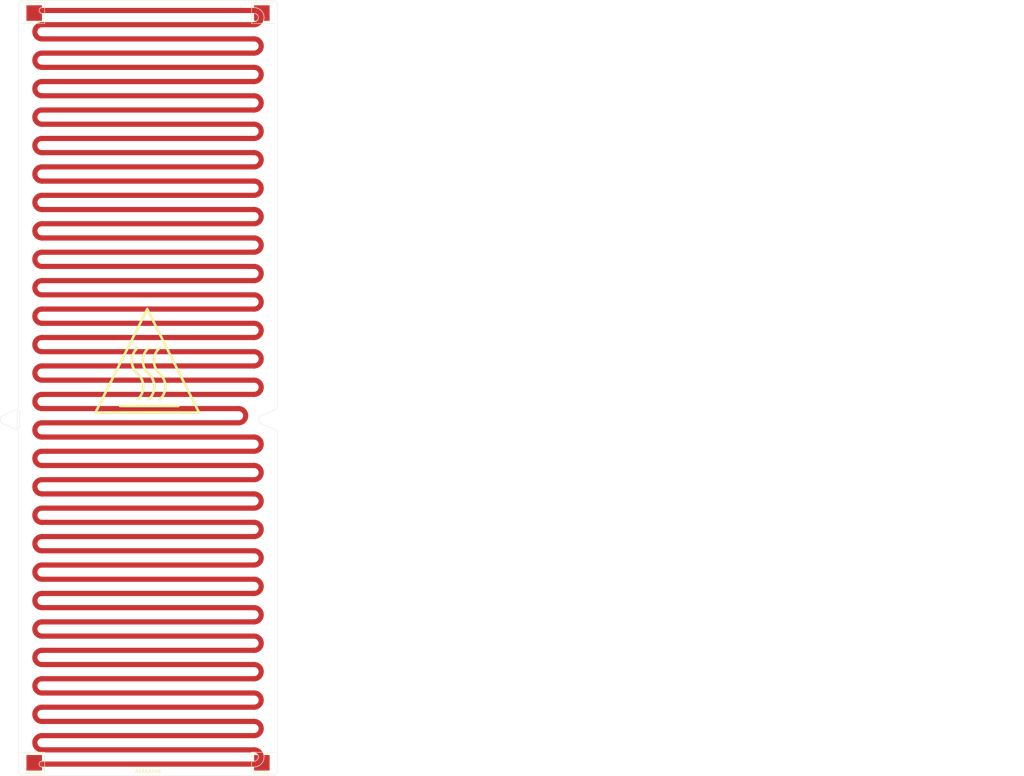
<source format=kicad_pcb>
(kicad_pcb (version 20211014) (generator pcbnew)

  (general
    (thickness 1.6)
  )

  (paper "A2")
  (layers
    (0 "F.Cu" signal)
    (31 "B.Cu" signal)
    (32 "B.Adhes" user "B.Adhesive")
    (33 "F.Adhes" user "F.Adhesive")
    (34 "B.Paste" user)
    (35 "F.Paste" user)
    (36 "B.SilkS" user "B.Silkscreen")
    (37 "F.SilkS" user "F.Silkscreen")
    (38 "B.Mask" user)
    (39 "F.Mask" user)
    (40 "Dwgs.User" user "User.Drawings")
    (41 "Cmts.User" user "User.Comments")
    (42 "Eco1.User" user "User.Eco1")
    (43 "Eco2.User" user "User.Eco2")
    (44 "Edge.Cuts" user)
    (45 "Margin" user)
    (46 "B.CrtYd" user "B.Courtyard")
    (47 "F.CrtYd" user "F.Courtyard")
    (48 "B.Fab" user)
    (49 "F.Fab" user)
    (50 "User.1" user)
    (51 "User.2" user)
    (52 "User.3" user)
    (53 "User.4" user)
    (54 "User.5" user)
    (55 "User.6" user)
    (56 "User.7" user)
    (57 "User.8" user)
    (58 "User.9" user)
  )

  (setup
    (stackup
      (layer "F.SilkS" (type "Top Silk Screen"))
      (layer "F.Paste" (type "Top Solder Paste"))
      (layer "F.Mask" (type "Top Solder Mask") (thickness 0.01))
      (layer "F.Cu" (type "copper") (thickness 0.035))
      (layer "dielectric 1" (type "core") (thickness 1.51) (material "FR4") (epsilon_r 4.5) (loss_tangent 0.02))
      (layer "B.Cu" (type "copper") (thickness 0.035))
      (layer "B.Mask" (type "Bottom Solder Mask") (thickness 0.01))
      (layer "B.Paste" (type "Bottom Solder Paste"))
      (layer "B.SilkS" (type "Bottom Silk Screen"))
      (copper_finish "None")
      (dielectric_constraints no)
    )
    (pad_to_mask_clearance 0)
    (grid_origin 211.75 57)
    (pcbplotparams
      (layerselection 0x00010fc_ffffffff)
      (disableapertmacros false)
      (usegerberextensions false)
      (usegerberattributes true)
      (usegerberadvancedattributes true)
      (creategerberjobfile true)
      (svguseinch false)
      (svgprecision 6)
      (excludeedgelayer true)
      (plotframeref false)
      (viasonmask false)
      (mode 1)
      (useauxorigin false)
      (hpglpennumber 1)
      (hpglpenspeed 20)
      (hpglpendiameter 15.000000)
      (dxfpolygonmode true)
      (dxfimperialunits true)
      (dxfusepcbnewfont true)
      (psnegative false)
      (psa4output false)
      (plotreference true)
      (plotvalue true)
      (plotinvisibletext false)
      (sketchpadsonfab false)
      (subtractmaskfromsilk false)
      (outputformat 1)
      (mirror false)
      (drillshape 0)
      (scaleselection 1)
      (outputdirectory "gerbers/heater/")
    )
  )

  (net 0 "")

  (gr_arc (start 202.75 270) (mid 205.5 272.75) (end 202.75 275.5) (layer "F.Cu") (width 2) (tstamp 00b6a54e-9e2f-475c-9364-7b9be6f1b975))
  (gr_arc (start 202.75 149) (mid 205.5 151.75) (end 202.75 154.5) (layer "F.Cu") (width 2) (tstamp 087d96f8-428c-45cc-b230-50495cc4f134))
  (gr_arc (start 120.75 237) (mid 118 234.25) (end 120.75 231.5) (layer "F.Cu") (width 2) (tstamp 0cedda4e-9f75-4f70-b838-f9193c9f7dd3))
  (gr_arc (start 202.75 303) (mid 205.5 305.75) (end 202.75 308.5) (layer "F.Cu") (width 2) (tstamp 0e58d401-4ec2-41c2-a9d1-252e4a1629d1))
  (gr_arc (start 196.75 215) (mid 199.5 217.75) (end 196.75 220.5) (layer "F.Cu") (width 2) (tstamp 0ec4c6e2-3adf-47b5-a768-5a3a7cb77005))
  (gr_arc (start 120.75 83) (mid 118 80.25) (end 120.75 77.5) (layer "F.Cu") (width 2) (tstamp 267920dc-b42e-431a-b30d-145030ae9549))
  (gr_arc (start 120.75 160) (mid 118 157.25) (end 120.75 154.5) (layer "F.Cu") (width 2) (tstamp 363d593c-76a1-4c61-af69-fd68217a1a17))
  (gr_arc (start 202.75 314) (mid 205.5 316.75) (end 202.75 319.5) (layer "F.Cu") (width 2) (tstamp 36aa236d-60c6-4a48-871d-12e4a2c7e2d1))
  (gr_arc (start 120.75 215) (mid 118 212.25) (end 120.75 209.5) (layer "F.Cu") (width 2) (tstamp 3762d7bb-f3ea-4935-ae1b-9a10605ea162))
  (gr_arc (start 120.75 292) (mid 118 289.25) (end 120.75 286.5) (layer "F.Cu") (width 2) (tstamp 40c810af-d3da-4dd2-9d7e-a4cae69c2b1f))
  (gr_arc (start 202.75 347) (mid 205.5 349.75) (end 202.75 352.5) (layer "F.Cu") (width 2) (tstamp 42cfac59-0497-4d1c-9a42-ecc6408bd6e6))
  (gr_arc (start 120.75 105) (mid 118 102.25) (end 120.75 99.5) (layer "F.Cu") (width 2) (tstamp 46404b22-fe8d-4df7-a1f3-54fe1c132c30))
  (gr_arc (start 202.75 237) (mid 205.5 239.75) (end 202.75 242.5) (layer "F.Cu") (width 2) (tstamp 4819eb22-aaa9-45e2-9095-4c9c08731a5b))
  (gr_arc (start 120.75 270) (mid 118 267.25) (end 120.75 264.5) (layer "F.Cu") (width 2) (tstamp 489ce594-1dc3-455d-8238-a2abcb2b7508))
  (gr_arc (start 120.75 259) (mid 118 256.25) (end 120.75 253.5) (layer "F.Cu") (width 2) (tstamp 4a393079-7ddb-4676-b609-f52f3de0e56a))
  (gr_arc (start 120.75 314) (mid 118 311.25) (end 120.75 308.5) (layer "F.Cu") (width 2) (tstamp 519d918d-d24f-4426-b185-9b3ca4b77411))
  (gr_arc (start 120.75 72) (mid 118 69.25) (end 120.75 66.5) (layer "F.Cu") (width 2) (tstamp 559462f4-2013-4058-b33d-f9aa85f287bc))
  (gr_arc (start 202.75 281) (mid 205.5 283.75) (end 202.75 286.5) (layer "F.Cu") (width 2) (tstamp 55ffe8e6-5ad0-499b-8209-2893cac5af49))
  (gr_arc (start 202.75 226) (mid 205.5 228.75) (end 202.75 231.5) (layer "F.Cu") (width 2) (tstamp 59742b6d-f00f-4d2d-bd2b-6630be807a7b))
  (gr_arc (start 202.75 160) (mid 205.5 162.75) (end 202.75 165.5) (layer "F.Cu") (width 2) (tstamp 5d131662-23c3-4049-91d4-51f9c07d5deb))
  (gr_arc (start 120.75 193) (mid 118 190.25) (end 120.75 187.5) (layer "F.Cu") (width 2) (tstamp 6469e25f-4442-4c11-b424-6a55e45c36f7))
  (gr_arc (start 202.75 171) (mid 205.5 173.75) (end 202.75 176.5) (layer "F.Cu") (width 2) (tstamp 658f9702-a6ce-4b1e-b8ee-ca88067af973))
  (gr_arc (start 120.75 204) (mid 118 201.25) (end 120.75 198.5) (layer "F.Cu") (width 2) (tstamp 6b345388-b5ed-415e-9017-42e522db04a7))
  (gr_arc (start 202.75 193) (mid 205.5 195.75) (end 202.75 198.5) (layer "F.Cu") (width 2) (tstamp 6e4966ef-cc84-4180-8010-29d06804cff6))
  (gr_arc (start 120.75 116) (mid 118 113.25) (end 120.75 110.5) (layer "F.Cu") (width 2) (tstamp 70599e6e-5a0c-4955-a68c-85bbc4d71a88))
  (gr_arc (start 202.75 204) (mid 205.5 206.75) (end 202.75 209.5) (layer "F.Cu") (width 2) (tstamp 753e9568-2cb9-48d4-ad16-be78179841ae))
  (gr_arc (start 202.75 72) (mid 205.5 74.75) (end 202.75 77.5) (layer "F.Cu") (width 2) (tstamp 7805caba-99ef-47d9-987a-83daba79d470))
  (gr_arc (start 120.75 149) (mid 118 146.25) (end 120.75 143.5) (layer "F.Cu") (width 2) (tstamp 7b89cf7c-2bac-4431-b2df-c936ec68fa35))
  (gr_arc (start 120.75 303) (mid 118 300.25) (end 120.75 297.5) (layer "F.Cu") (width 2) (tstamp 7cd8091e-4713-4324-b62f-9383f8007ece))
  (gr_arc (start 120.75 336) (mid 118 333.25) (end 120.75 330.5) (layer "F.Cu") (width 2) (tstamp 89aa8b0b-8d6c-4233-bf48-3cd4cf7832c5))
  (gr_arc (start 120.75 171) (mid 118 168.25) (end 120.75 165.5) (layer "F.Cu") (width 2) (tstamp 8a74dd81-c58d-46ba-9e92-700284c01a6a))
  (gr_arc (start 120.75 325) (mid 118 322.25) (end 120.75 319.5) (layer "F.Cu") (width 2) (tstamp 8cccd8d6-57c4-4017-9349-e2a925eaa346))
  (gr_arc (start 202.75 83) (mid 205.5 85.75) (end 202.75 88.5) (layer "F.Cu") (width 2) (tstamp 8df4500c-6b68-41ee-b67f-0e3b6a30f53e))
  (gr_arc (start 202.75 138) (mid 205.5 140.75) (end 202.75 143.5) (layer "F.Cu") (width 2) (tstamp 937eb573-4fc8-48fc-99a3-1b1aaf89cf30))
  (gr_arc (start 120.75 94) (mid 118 91.25) (end 120.75 88.5) (layer "F.Cu") (width 2) (tstamp 9d450d00-a95e-4ae8-9cdc-d70ad7fd6ed2))
  (gr_arc (start 202.75 182) (mid 205.5 184.75) (end 202.75 187.5) (layer "F.Cu") (width 2) (tstamp a2f226c7-3013-483e-a365-22c23412dfe5))
  (gr_arc (start 202.75 94) (mid 205.5 96.75) (end 202.75 99.5) (layer "F.Cu") (width 2) (tstamp a60013ad-e3d1-49d9-afc2-4171bddb258f))
  (gr_arc (start 202.75 127) (mid 205.5 129.75) (end 202.75 132.5) (layer "F.Cu") (width 2) (tstamp a76d6b1b-72c2-40a7-b65a-fd170d5124b2))
  (gr_arc (start 120.75 347) (mid 118 344.25) (end 120.75 341.5) (layer "F.Cu") (width 2) (tstamp b675897d-eb55-407d-b4c3-8b06206effd2))
  (gr_arc (start 202.75 61) (mid 205.5 63.75) (end 202.75 66.5) (layer "F.Cu") (width 2) (tstamp badb9ac6-eff9-4c82-9318-ddc220c517e4))
  (gr_arc (start 202.75 105) (mid 205.5 107.75) (end 202.75 110.5) (layer "F.Cu") (width 2) (tstamp bb559dd2-8f5c-4659-8455-2f2b44017644))
  (gr_arc (start 120.75 281) (mid 118 278.25) (end 120.75 275.5) (layer "F.Cu") (width 2) (tstamp bc95715c-ffcc-4089-aea4-9427a5a45e60))
  (gr_arc (start 120.75 226) (mid 118 223.25) (end 120.75 220.5) (layer "F.Cu") (width 2) (tstamp be7f1d11-6952-481b-bf8f-bbee74aef940))
  (gr_arc (start 202.75 248) (mid 205.5 250.75) (end 202.75 253.5) (layer "F.Cu") (width 2) (tstamp c180cf35-840b-4e4b-b861-8460b9d7f754))
  (gr_arc (start 120.75 127) (mid 118 124.25) (end 120.75 121.5) (layer "F.Cu") (width 2) (tstamp c387108f-69aa-43d8-a3ac-3d08cc71c1e7))
  (gr_arc (start 120.75 138) (mid 118 135.25) (end 120.75 132.5) (layer "F.Cu") (width 2) (tstamp dbb988df-259f-4b9b-a2bb-f095b2031708))
  (gr_arc (start 202.75 292) (mid 205.5 294.75) (end 202.75 297.5) (layer "F.Cu") (width 2) (tstamp e14f52e3-ecc7-4c6d-b05a-e4571b66d464))
  (gr_arc (start 202.75 259) (mid 205.5 261.75) (end 202.75 264.5) (layer "F.Cu") (width 2) (tstamp ec303825-8936-4f27-b08f-cceec460b05e))
  (gr_arc (start 120.75 248) (mid 118 245.25) (end 120.75 242.5) (layer "F.Cu") (width 2) (tstamp edfbf706-586b-4757-ac89-838889ce4462))
  (gr_arc (start 120.75 182) (mid 118 179.25) (end 120.75 176.5) (layer "F.Cu") (width 2) (tstamp ef4ee28b-3cdb-4a1c-bc99-0babded4fbdf))
  (gr_arc (start 202.75 336) (mid 205.5 338.75) (end 202.75 341.5) (layer "F.Cu") (width 2) (tstamp f1d3407c-2ce3-4f29-92ee-3e0049bc22be))
  (gr_arc (start 202.75 325) (mid 205.5 327.75) (end 202.75 330.5) (layer "F.Cu") (width 2) (tstamp fb449720-93bc-4df1-880a-336da4ace913))
  (gr_arc (start 202.75 116) (mid 205.5 118.75) (end 202.75 121.5) (layer "F.Cu") (width 2) (tstamp fbf271e3-b687-4109-abab-f16fc979569d))
  (gr_line (start 121.75 356.050001) (end 112.75 356.050001) (layer "F.SilkS") (width 0.2) (tstamp 22cbc274-fd61-4362-b7d1-ce84df014762))
  (gr_line (start 201.75 347.95) (end 210.75 347.95) (layer "F.SilkS") (width 0.2) (tstamp 2d72ef75-91a9-4e6d-a437-01cebf699db7))
  (gr_line (start 121.75 57.95) (end 121.75 66.05) (layer "F.SilkS") (width 0.2) (tstamp 33606ce4-c18d-47e6-89ab-a0492a2e13f1))
  (gr_arc (start 166.25 201.5) (mid 164.029083 196.5) (end 166.25 191.5) (layer "F.SilkS") (width 1) (tstamp 3407777c-d948-490d-a2f0-b3ad3390e217))
  (gr_line (start 112.75 57.95) (end 121.75 57.95) (layer "F.SilkS") (width 0.2) (tstamp 3c081171-e44e-415f-8b9e-bb9a01d5ac00))
  (gr_line (start 201.75 66.05) (end 201.75 57.95) (layer "F.SilkS") (width 0.2) (tstamp 66b7cfac-1821-4596-aff7-c5aa660a93ec))
  (gr_arc (start 166.25 201.5) (mid 168.470917 206.5) (end 166.25 211.5) (layer "F.SilkS") (width 1) (tstamp 6995d692-6799-4a4b-8ee5-526e62999268))
  (gr_line (start 210.75 66.05) (end 201.75 66.05) (layer "F.SilkS") (width 0.2) (tstamp 755e8dc4-6b2f-458e-9b8e-c31436ffa0c5))
  (gr_line (start 210.75 356.05) (end 201.75 356.05) (layer "F.SilkS") (width 0.2) (tstamp 84e552ea-d855-4cfd-8adf-4dbe581dcf42))
  (gr_line (start 141.45307 216.5) (end 181.45307 216.5) (layer "F.SilkS") (width 1) (tstamp 91d57969-812a-41f8-a9ad-7a349eecedf0))
  (gr_line (start 141.45307 216.5) (end 161.45307 176.5) (layer "F.SilkS") (width 1) (tstamp 94411f6d-f423-47ca-8c80-4f3cf0a79a62))
  (gr_arc (start 157.691834 201.5) (mid 159.912751 206.5) (end 157.691834 211.5) (layer "F.SilkS") (width 1) (tstamp 9671bd96-bff1-43f9-b9b6-fdc331638949))
  (gr_arc (start 161.970917 201.5) (mid 164.191834 206.5) (end 161.970917 211.5) (layer "F.SilkS") (width 1) (tstamp 9cb35d60-e2a6-4cef-b26f-35c25d9959a4))
  (gr_line (start 121.75 347.950001) (end 121.75 356.050001) (layer "F.SilkS") (width 0.2) (tstamp aa988e39-2f0b-44f8-84f7-35218da9b301))
  (gr_line (start 201.75 57.95) (end 210.75 57.95) (layer "F.SilkS") (width 0.2) (tstamp b209914e-61bd-438f-928e-b3e80fd8e7ed))
  (gr_line (start 121.75 66.05) (end 112.75 66.05) (layer "F.SilkS") (width 0.2) (tstamp daf5aa1b-0562-4c67-92dc-acd269e5e16d))
  (gr_line (start 181.45307 216.5) (end 161.45307 176.5) (layer "F.SilkS") (width 1) (tstamp db6a4193-7b6b-45ca-a1bc-47905534da96))
  (gr_line (start 150.970917 214) (end 173.470917 214) (layer "F.SilkS") (width 1) (tstamp e8474e69-37bb-44f9-9316-d1494d8a4bbd))
  (gr_arc (start 161.970917 201.5) (mid 159.75 196.5) (end 161.970917 191.5) (layer "F.SilkS") (width 1) (tstamp ec2952dd-055b-4f00-906e-4bdb54383563))
  (gr_line (start 112.75 347.950001) (end 121.75 347.950001) (layer "F.SilkS") (width 0.2) (tstamp ecad8981-8d02-44a8-bf3a-8696e15ecae4))
  (gr_arc (start 157.691834 201.5) (mid 155.470917 196.5) (end 157.691834 191.5) (layer "F.SilkS") (width 1) (tstamp ed15d2ab-884d-4309-8fc5-a20c99e91302))
  (gr_line (start 201.75 356.05) (end 201.75 347.95) (layer "F.SilkS") (width 0.2) (tstamp f016d823-6995-4144-80b5-9208d9e0f4d2))
  (gr_line (start 114.75 159) (end 208.75 159) (layer "Dwgs.User") (width 0.15) (tstamp 015ebcd4-7822-475f-8274-00e80f6eb3a8))
  (gr_line (start 114.75 346) (end 208.75 346) (layer "Dwgs.User") (width 0.15) (tstamp 095b2373-cfd7-43fb-ab65-4f8898098334))
  (gr_line (start 114.75 280) (end 208.75 280) (layer "Dwgs.User") (width 0.15) (tstamp 186d174e-c2f9-4a70-b584-47215aa91694))
  (gr_line (start 114.75 313) (end 208.75 313) (layer "Dwgs.User") (width 0.15) (tstamp 1f76c364-d343-431e-bd3f-0df26b290980))
  (gr_line (start 114.75 137) (end 208.75 137) (layer "Dwgs.User") (width 0.15) (tstamp 28fab058-c6e3-4ab0-9af1-1b01e0896180))
  (gr_line (start 114.75 335) (end 208.75 335) (layer "Dwgs.User") (width 0.15) (tstamp 2bab65a9-fd8c-4a3d-bcaf-7c1171448b89))
  (gr_poly
    (pts
      (xy 208.749999 355)
      (xy 202.75 355)
      (xy 202.75 349)
      (xy 208.75 349)
    ) (layer "Dwgs.User") (width 0.15) (fill none) (tstamp 40844ba9-922e-4c8f-9285-605a6e0e199d))
  (gr_line (start 114.75 225) (end 208.75 225) (layer "Dwgs.User") (width 0.15) (tstamp 61c173a6-d769-437d-aea0-dd0cf4100f49))
  (gr_rect (start 208.75 59) (end 202.75 65) (layer "Dwgs.User") (width 0.15) (fill none) (tstamp 6464b10e-18ab-4226-8fc5-2a0902093144))
  (gr_line (start 114.75 291) (end 208.75 291) (layer "Dwgs.User") (width 0.15) (tstamp 7c8e8bc2-70c2-42c9-a50b-1b45f0b33e52))
  (gr_line (start 114.75 104) (end 208.75 104) (layer "Dwgs.User") (width 0.15) (tstamp 7e685e9d-5b5d-466b-9717-4dd78e9a2d74))
  (gr_line (start 114.75 170) (end 208.75 170) (layer "Dwgs.User") (width 0.15) (tstamp 7ea1bd29-72eb-4e55-ba8d-356eb63a67a9))
  (gr_line (start 114.75 82) (end 208.75 82) (layer "Dwgs.User") (width 0.15) (tstamp 804bb4b0-374d-4f8c-8be4-ea059c66053d))
  (gr_rect (start 114.75 349) (end 120.75 355) (layer "Dwgs.User") (width 0.15) (fill none) (tstamp 81eea40f-5272-4c97-8217-2e3d8e3f2743))
  (gr_line (start 114.75 236) (end 208.75 236) (layer "Dwgs.User") (width 0.15) (tstamp 91a36962-4507-4404-800d-3c4483a9e1e0))
  (gr_line (start 114.75 247) (end 208.75 247) (layer "Dwgs.User") (width 0.15) (tstamp 985376c1-9b55-409c-a320-ff1113e21d9e))
  (gr_line (start 114.75 203) (end 208.75 203) (layer "Dwgs.User") (width 0.15) (tstamp 9abe05eb-cb9f-469d-abef-817209317bd0))
  (gr_line (start 114.75 357) (end 208.75 357) (layer "Dwgs.User") (width 0.15) (tstamp a0973f89-3598-4644-bb77-7ce2411b4b13))
  (gr_line (start 114.75 269) (end 208.75 269) (layer "Dwgs.User") (width 0.15) (tstamp a2b464d9-9f9f-4929-8667-7a6798263d95))
  (gr_line (start 114.75 148) (end 208.75 148) (layer "Dwgs.User") (width 0.15) (tstamp a2bf5c14-d953-4491-9661-e7efec70ac7d))
  (gr_line (start 114.75 181) (end 208.75 181) (layer "Dwgs.User") (width 0.15) (tstamp a48ae954-7bd1-4428-984d-baae395d01b1))
  (gr_line (start 114.75 324) (end 208.75 324) (layer "Dwgs.User") (width 0.15) (tstamp a58ef9e7-1740-4932-a7de-f550e24d43d7))
  (gr_line (start 114.75 302) (end 208.75 302) (layer "Dwgs.User") (width 0.15) (tstamp b07dbbe3-4eea-4242-b2d9-ad87971ddc88))
  (gr_line (start 114.75 192) (end 208.75 192) (layer "Dwgs.User") (width 0.15) (tstamp b2940838-012c-4721-9011-210ab26eb28a))
  (gr_line (start 114.75 214) (end 208.75 214) (layer "Dwgs.User") (width 0.15) (tstamp b6db8d0b-a55b-43db-91e7-f2d54b5117eb))
  (gr_line (start 114.75 93) (end 208.75 93) (layer "Dwgs.User") (width 0.15) (tstamp bc3f250b-42fc-4386-acb4-1acc9b1edb57))
  (gr_line (start 114.75 258) (end 208.75 258) (layer "Dwgs.User") (width 0.15) (tstamp bf5ec35c-7de3-4cdd-8b45-053b0247cfdf))
  (gr_line (start 114.75 115) (end 208.75 115) (layer "Dwgs.User") (width 0.15) (tstamp c2dff477-c5da-4708-9dac-2e9dbf228add))
  (gr_rect (start 114.75 59) (end 120.75 65) (layer "Dwgs.User") (width 0.15) (fill none) (tstamp c963c58b-e3e1-4598-bad6-b222338c7d50))
  (gr_line (start 114.75 126) (end 208.75 126) (layer "Dwgs.User") (width 0.15) (tstamp cb88c810-e005-4a00-b427-4310acaafa5b))
  (gr_rect locked (start 114.75 60) (end 208.75 354.5) (layer "Dwgs.User") (width 0.15) (fill none) (tstamp df21841c-59de-4a46-a002-8333d44c516a))
  (gr_line (start 114.75 71) (end 208.75 71) (layer "Dwgs.User") (width 0.15) (tstamp e9a1f318-9a2e-4617-ba69-4656cc7e3665))
  (gr_rect (start 114.75 60) (end 208.75 354.5) (layer "Dwgs.User") (width 0.15) (fill none) (tstamp ee05c683-205b-4527-8f80-b4970932f1ca))
  (gr_rect (start 208.75 349) (end 202.75 355) (layer "Dwgs.User") (width 0.15) (fill none) (tstamp f4c06246-e25e-4116-8f24-0cff0d10e129))
  (gr_arc (start 111.157701 216.269136) (mid 111.6577 215.769137) (end 112.157698 216.269136) (layer "Edge.Cuts") (width 0.1) (tstamp 068418de-6b06-46f8-a42a-f6e7af9942f0))
  (gr_line (start 111.75 223.84) (end 111.75 355.5) (layer "Edge.Cuts") (width 0.1) (tstamp 0b8da63e-a984-45b8-9be2-b00ed7cba444))
  (gr_line (start 211.75 214.5) (end 211.75 58.5) (layer "Edge.Cuts") (width 0.1) (tstamp 168b5073-ae89-4a9c-9d7d-7d059dce2c61))
  (gr_line (start 210.25 357) (end 113.25 357) (layer "Edge.Cuts") (width 0.1) (tstamp 1d012076-3947-4dc1-b075-0963cd363ab8))
  (gr_line (start 112.1577 222.269138) (end 112.157698 216.269136) (layer "Edge.Cuts") (width 0.1) (tstamp 2ebb8b5c-5488-4489-973c-d93246a94dc5))
  (gr_line (start 113.25 57) (end 210.25 57) (layer "Edge.Cuts") (width 0.1) (tstamp 2fbe75ec-7c6f-433e-90f4-bbdcda6a811e))
  (gr_arc (start 205.675 220.9) (mid 204.501525 219.288514) (end 205.6 217.625) (layer "Edge.Cuts") (width 0.1) (tstamp 3cce1d48-a5f7-4d07-ac7a-80eed29b73f9))
  (gr_line (start 105.75 220.9) (end 111.230732 223.27811) (layer "Edge.Cuts") (width 0.1) (tstamp 419a8380-0600-455a-adea-aa563e6c2316))
  (gr_arc (start 113.25 357) (mid 112.18934 356.56066) (end 111.75 355.5) (layer "Edge.Cuts") (width 0.1) (tstamp 451ab36f-6caa-4aec-8bf6-8cd617dfe2bc))
  (gr_arc (start 111.750732 214.5) (mid 111.657701 214.869137) (end 111.400732 215.15) (layer "Edge.Cuts") (width 0.1) (tstamp 56a922e9-e7ec-4c97-879d-c1057f32bd25))
  (gr_arc (start 112.1577 222.269138) (mid 111.657701 222.769137) (end 111.157702 222.269138) (layer "Edge.Cuts") (width 0.1) (tstamp 622b77b6-409c-43f6-9eed-dd8b04a79249))
  (gr_line (start 111.157701 216.269136) (end 111.157702 222.269138) (layer "Edge.Cuts") (width 0.1) (tstamp 71a41c53-c356-43b2-b77e-cfa4fd361a0d))
  (gr_line (start 111.400732 215.15) (end 105.675 217.625) (layer "Edge.Cuts") (width 0.1) (tstamp 733fa642-1ba3-4c51-96f0-2b616ad38f67))
  (gr_arc (start 210.25 57) (mid 211.31066 57.43934) (end 211.75 58.5) (layer "Edge.Cuts") (width 0.1) (tstamp 7a0aff9d-3db6-4925-b450-c4cc07b98f6e))
  (gr_line (start 211.749268 223.84) (end 211.75 355.5) (layer "Edge.Cuts") (width 0.1) (tstamp 7db9f428-842e-49c1-90cf-ffd2a4466a79))
  (gr_line (start 111.750732 214.5) (end 111.75 58.5) (layer "Edge.Cuts") (width 0.1) (tstamp 871f96bb-47d2-46c1-9cdd-045b222387b5))
  (gr_arc (start 211.75 355.5) (mid 211.31066 356.56066) (end 210.25 357) (layer "Edge.Cuts") (width 0.1) (tstamp 8b6100ba-f9bf-4030-91d0-aee3dcd62d3a))
  (gr_line (start 211.4 215.15) (end 205.6 217.625) (layer "Edge.Cuts") (width 0.1) (tstamp a684956e-4d11-464a-8fec-14187efd11b6))
  (gr_arc (start 105.75 220.9) (mid 104.576521 219.288528) (end 105.675 217.625) (layer "Edge.Cuts") (width 0.1) (tstamp a6cc4ae5-9dd8-4cff-a582-412da3db12cb))
  (gr_arc (start 211.75 214.5) (mid 211.656969 214.869137) (end 211.4 215.15) (layer "Edge.Cuts") (width 0.1) (tstamp af1c057e-d6dc-4bd7-aa05-b00a71ff125a))
  (gr_arc (start 211.23 223.27811) (mid 211.565616 223.488836) (end 211.749268 223.84) (layer "Edge.Cuts") (width 0.1) (tstamp af5df4b3-a1c5-40da-8cae-f0e7effbadca))
  (gr_line (start 205.675 220.9) (end 211.23 223.27811) (layer "Edge.Cuts") (width 0.1) (tstamp ba2d5e67-0eca-4675-b112-82c04569afd2))
  (gr_arc (start 111.230732 223.27811) (mid 111.566348 223.488836) (end 111.75 223.84) (layer "Edge.Cuts") (width 0.1) (tstamp da92b882-0434-4ded-9bc6-0fb679f6d65b))
  (gr_arc (start 111.75 58.5) (mid 112.18934 57.43934) (end 113.25 57) (layer "Edge.Cuts") (width 0.1) (tstamp e54634a6-40a3-4014-9557-6dcc79e0d9b0))
  (gr_text "JLCJLCJLCJLC" (at 161.75 355.25) (layer "F.SilkS") (tstamp fd54d7c0-79dd-4ba6-805c-e8b1f152023e)
    (effects (font (size 1 1) (thickness 0.25)))
  )
  (gr_text "- trace width 2 mm\n- unit length = (2 lines + 2 arcs) = 82 * 2 + 8.6 * 2 = 181.2 mm\n- total units = 26\n- total trace length per heater: 4.88 m\n- total trace length (x3 heaters) = 14.6 meters" (at 230.75 94) (layer "Cmts.User") (tstamp c5586cbe-e7ef-4543-9828-fa2886c84731)
    (effects (font (size 5 5) (thickness 0.05)) (justify left))
  )

  (segment (start 202.75 336) (end 120.75 336) (width 2) (layer "F.Cu") (net 0) (tstamp 00dd331d-e8c0-400f-ac70-032f4a35ce85))
  (segment (start 120.75 264.5) (end 202.75 264.5) (width 2) (layer "F.Cu") (net 0) (tstamp 0536edbb-de9a-4d13-80f3-0c494aa5226b))
  (segment (start 120.75 110.5) (end 202.75 110.5) (width 2) (layer "F.Cu") (net 0) (tstamp 0a95b3b0-fc24-4d0d-97c2-05d961c99214))
  (segment (start 202.75 292) (end 120.75 292) (width 2) (layer "F.Cu") (net 0) (tstamp 12760abb-7182-4a10-84cd-466d138962ec))
  (segment (start 120.75 352.5) (end 202.75 352.5) (width 2) (layer "F.Cu") (net 0) (tstamp 143f3104-c0ba-4bbc-a6ee-e6ef2e3215d8))
  (segment (start 120.75 231.5) (end 202.75 231.5) (width 2) (layer "F.Cu") (net 0) (tstamp 14bd4efb-f471-4ac6-865a-a60d9f817d90))
  (segment (start 202.75 160) (end 120.75 160) (width 2) (layer "F.Cu") (net 0) (tstamp 15b408c1-c1e3-4422-9bbf-4ed375152e7b))
  (segment (start 120.75 99.5) (end 202.75 99.5) (width 2) (layer "F.Cu") (net 0) (tstamp 1ea909b2-4ea2-4c28-8014-18f483ec7da4))
  (segment (start 202.75 72) (end 120.75 72) (width 2) (layer "F.Cu") (net 0) (tstamp 28724f0e-482b-4228-abed-d6ce40b3748b))
  (segment (start 120.75 154.5) (end 202.75 154.5) (width 2) (layer "F.Cu") (net 0) (tstamp 360cff39-4f99-4e8c-b69f-c2308b36dfef))
  (segment (start 120.75 132.5) (end 202.75 132.5) (width 2) (layer "F.Cu") (net 0) (tstamp 3a2ea1f7-c176-4d93-9fd0-fa01acb26088))
  (segment (start 120.75 66.5) (end 202.75 66.5) (width 2) (layer "F.Cu") (net 0) (tstamp 3e728c33-971c-4388-824a-f5811484d7ad))
  (segment (start 120.75 319.5) (end 202.75 319.5) (width 2) (layer "F.Cu") (net 0) (tstamp 40708e65-a1b4-44b1-afb3-ce7b9283325c))
  (segment (start 202.75 61) (end 120.75 61) (width 2) (layer "F.Cu") (net 0) (tstamp 4d752e29-08ea-4cda-ab83-f9633b062b87))
  (segment (start 196.75 215) (end 120.75 215) (width 2) (layer "F.Cu") (net 0) (tstamp 5a6fb196-90c7-4732-8838-06435c758cab))
  (segment (start 202.75 314) (end 120.75 314) (width 2) (layer "F.Cu") (net 0) (tstamp 5b8cb247-8fa9-427e-bebf-3f4413425476))
  (segment (start 202.75 94) (end 120.75 94) (width 2) (layer "F.Cu") (net 0) (tstamp 5ea378d4-52c8-4141-a42c-c3d6514beb15))
  (segment (start 202.75 281) (end 120.75 281) (width 2) (layer "F.Cu") (net 0) (tstamp 66054640-4389-4b8a-9065-736ddfd69e44))
  (segment (start 202.75 105) (end 120.75 105) (width 2) (layer "F.Cu") (net 0) (tstamp 6e34b61d-29f1-4d45-a0be-21f9aba1adbc))
  (segment (start 202.75 204) (end 120.75 204) (width 2) (layer "F.Cu") (net 0) (tstamp 6e8e9a02-e7ae-4b0f-8298-267b16a9e4ec))
  (segment (start 202.75 83) (end 120.75 83) (width 2) (layer "F.Cu") (net 0) (tstamp 74673463-5552-476a-9240-da3b98d4f6ce))
  (segment (start 120.75 176.5) (end 202.75 176.5) (width 2) (layer "F.Cu") (net 0) (tstamp 7559939d-96d5-40c0-9f5f-6dcb5a0947d5))
  (segment (start 120.75 275.5) (end 202.75 275.5) (width 2) (layer "F.Cu") (net 0) (tstamp 75a93899-f654-43cf-a27c-bce820dbc6d1))
  (segment (start 120.75 198.5) (end 202.75 198.5) (width 2) (layer "F.Cu") (net 0) (tstamp 794a8246-34f9-4c0d-aa28-11c49ecc2beb))
  (segment (start 120.75 143.5) (end 202.75 143.5) (width 2) (layer "F.Cu") (net 0) (tstamp 7a5fa95d-c9cc-457d-a9f3-833d09868ca8))
  (segment (start 120.75 341.5) (end 202.75 341.5) (width 2) (layer "F.Cu") (net 0) (tstamp 7c198229-274a-4fd6-bbde-939e3a3f6422))
  (segment (start 202.75 182) (end 120.75 182) (width 2) (layer "F.Cu") (net 0) (tstamp 7cbd45c4-4f67-4ae7-b651-0311ad396bc8))
  (segment (start 202.75 325) (end 120.75 325) (width 2) (layer "F.Cu") (net 0) (tstamp 83ad1852-efdf-4bd8-92af-89570853385c))
  (segment (start 120.75 77.5) (end 202.75 77.5) (width 2) (layer "F.Cu") (net 0) (tstamp 92cdf142-7698-4a33-b4cc-276e03d842f0))
  (segment (start 202.75 226) (end 120.75 226) (width 2) (layer "F.Cu") (net 0) (tstamp 99e3db51-c909-45ce-9a2f-586d8faeeca8))
  (segment (start 202.75 248) (end 120.75 248) (width 2) (layer "F.Cu") (net 0) (tstamp 9a2b747d-ff75-4cb4-a0e8-4610bd2c3891))
  (segment (start 120.75 209.5) (end 202.75 209.5) (width 2) (layer "F.Cu") (net 0) (tstamp 9ab98b61-324f-4673-a4cb-dcd67c467019))
  (segment (start 120.75 297.5) (end 202.75 297.5) (width 2) (layer "F.Cu") (net 0) (tstamp a0f345cb-177b-4297-9e0c-4cb9413d5ad4))
  (segment (start 202.75 347) (end 120.75 347) (width 2) (layer "F.Cu") (net 0) (tstamp a6fcf20c-1445-49b1-b5cb-f12827a4430d))
  (segment (start 202.75 237) (end 120.75 237) (width 2) (layer "F.Cu") (net 0) (tstamp ad7ebd26-3c1a-49b4-8e15-7318f2238838))
  (segment (start 202.75 171) (end 120.75 171) (width 2) (layer "F.Cu") (net 0) (tstamp ad987222-31e4-46c6-8de6-422df7d3ac8c))
  (segment (start 120.75 308.5) (end 202.75 308.5) (width 2) (layer "F.Cu") (net 0) (tstamp ae87c446-0750-45c1-9563-f4d08b25ed7f))
  (segment (start 202.75 303) (end 120.75 303) (width 2) (layer "F.Cu") (net 0) (tstamp bc36f501-969d-4073-9a92-7746ebb2f0bc))
  (segment (start 202.75 193) (end 120.75 193) (width 2) (layer "F.Cu") (net 0) (tstamp bfccc542-24e4-45a3-83cf-5101a248dc1f))
  (segment (start 202.75 259) (end 120.75 259) (width 2) (layer "F.Cu") (net 0) (tstamp c030017c-cc50-458b-b030-1ef68acc5e5a))
  (segment (start 120.75 88.5) (end 202.75 88.5) (width 2) (layer "F.Cu") (net 0) (tstamp c15c8ba6-81db-4f31-b198-9958ed238c55))
  (segment (start 202.75 138) (end 120.75 138) (width 2) (layer "F.Cu") (net 0) (tstamp c1fac982-21f6-4e0d-89ef-40d2af908a7a))
  (segment (start 120.75 330.5) (end 202.75 330.5) (width 2) (layer "F.Cu") (net 0) (tstamp c301c703-5db1-436c-8922-ca2deb264273))
  (segment (start 202.75 127) (end 120.75 127) (width 2) (layer "F.Cu") (net 0) (tstamp c6244dfb-1d0f-4962-898d-29bc7e044a21))
  (segment (start 202.75 116) (end 120.75 116) (width 2) (layer "F.Cu") (net 0) (tstamp cb60a3dd-35f0-4889-b528-9d4207622422))
  (segment (start 120.75 286.5) (end 202.75 286.5) (width 2) (layer "F.Cu") (net 0) (tstamp cbac0179-9cfd-42f9-9a4b-4a3a1cd65c98))
  (segment (start 120.75 187.5) (end 202.75 187.5) (width 2) (layer "F.Cu") (net 0) (tstamp cf673f98-82ac-4e41-823f-ccbafa989b2a))
  (segment (start 202.75 149) (end 120.75 149) (width 2) (layer "F.Cu") (net 0) (tstamp d578ee4d-4d8b-456f-b803-04a918b2c9b7))
  (segment (start 120.75 242.5) (end 202.75 242.5) (width 2) (layer "F.Cu") (net 0) (tstamp db662cdc-5552-4960-bbe3-2f6dee93920f))
  (segment (start 202.75 270) (end 120.75 270) (width 2) (layer "F.Cu") (net 0) (tstamp df2f1171-c10e-44cf-a620-ee57dfc0595b))
  (segment (start 120.75 165.5) (end 202.75 165.5) (width 2) (layer "F.Cu") (net 0) (tstamp e5cd86b4-700a-4cd9-b243-63b8bf823bf8))
  (segment (start 120.75 121.5) (end 202.75 121.5) (width 2) (layer "F.Cu") (net 0) (tstamp e65b24a2-10ed-406e-b013-63cfa4013327))
  (segment (start 196.75 220.5) (end 120.75 220.5) (width 2) (layer "F.Cu") (net 0) (tstamp f871a998-9d4a-446f-8e45-fb77c64912f3))
  (segment (start 120.75 253.5) (end 202.75 253.5) (width 2) (layer "F.Cu") (net 0) (tstamp fea4020e-e2da-4d98-8a65-78ed9f1f187f))

  (zone (net 0) (net_name "") (layer "F.Cu") (tstamp 2ff9b9fe-b669-423d-8749-5d1c916ad057) (hatch edge 0.508)
    (connect_pads (clearance 0))
    (min_thickness 0.254) (filled_areas_thickness no)
    (fill yes (thermal_gap 0.508) (thermal_bridge_width 0.508))
    (polygon
      (pts
        (xy 208.75 349)
        (xy 208.749999 355)
        (xy 202.75 355)
        (xy 202.75 349)
      )
    )
    (filled_polygon
      (layer "F.Cu")
      (island)
      (pts
        (xy 208.692121 349.020002)
        (xy 208.738614 349.073658)
        (xy 208.75 349.126)
        (xy 208.749999 354.874)
        (xy 208.729997 354.942121)
        (xy 208.676341 354.988614)
        (xy 208.623999 355)
        (xy 202.876 355)
        (xy 202.807879 354.979998)
        (xy 202.761386 354.926342)
        (xy 202.75 354.874)
        (xy 202.75 353.825226)
        (xy 202.770002 353.757105)
        (xy 202.823658 353.710612)
        (xy 202.869817 353.699378)
        (xy 203.134594 353.68637)
        (xy 203.134598 353.68637)
        (xy 203.137684 353.686218)
        (xy 203.521634 353.629265)
        (xy 203.898153 353.534952)
        (xy 204.263614 353.404187)
        (xy 204.614499 353.238231)
        (xy 204.663837 353.208659)
        (xy 204.944777 353.040271)
        (xy 204.944786 353.040265)
        (xy 204.947427 353.038682)
        (xy 205.259193 352.80746)
        (xy 205.546794 352.546794)
        (xy 205.80746 352.259193)
        (xy 206.038682 351.947427)
        (xy 206.040265 351.944786)
        (xy 206.040271 351.944777)
        (xy 206.236648 351.61714)
        (xy 206.238231 351.614499)
        (xy 206.305619 351.47202)
        (xy 206.402867 351.266405)
        (xy 206.402867 351.266404)
        (xy 206.404187 351.263614)
        (xy 206.534952 350.898153)
        (xy 206.629265 350.521634)
        (xy 206.686218 350.137684)
        (xy 206.705264 349.75)
        (xy 206.686218 349.362316)
        (xy 206.685764 349.359255)
        (xy 206.653907 349.144488)
        (xy 206.663697 349.074169)
        (xy 206.70995 349.020307)
        (xy 206.778543 349)
        (xy 208.624 349)
      )
    )
    (filled_polygon
      (layer "F.Cu")
      (island)
      (pts
        (xy 204.092775 349.020002)
        (xy 204.138176 349.071331)
        (xy 204.188293 349.1754)
        (xy 204.195173 349.19293)
        (xy 204.257867 349.396178)
        (xy 204.262058 349.414538)
        (xy 204.29376 349.624871)
        (xy 204.295167 349.64365)
        (xy 204.295167 349.85635)
        (xy 204.29376 349.875129)
        (xy 204.262058 350.085462)
        (xy 204.257867 350.103822)
        (xy 204.195173 350.30707)
        (xy 204.188293 350.324601)
        (xy 204.096001 350.516246)
        (xy 204.086585 350.532554)
        (xy 203.96677 350.708291)
        (xy 203.955029 350.723015)
        (xy 203.810347 350.878946)
        (xy 203.796542 350.891754)
        (xy 203.788518 350.898153)
        (xy 203.630246 351.02437)
        (xy 203.614687 351.034978)
        (xy 203.430481 351.141329)
        (xy 203.413514 351.1495)
        (xy 203.215513 351.22721)
        (xy 203.197517 351.232761)
        (xy 202.990149 351.280091)
        (xy 202.971529 351.282898)
        (xy 202.927313 351.286212)
        (xy 202.885416 351.289352)
        (xy 202.815992 351.274497)
        (xy 202.765619 351.224466)
        (xy 202.75 351.163704)
        (xy 202.75 349.126)
        (xy 202.770002 349.057879)
        (xy 202.823658 349.011386)
        (xy 202.876 349)
        (xy 204.024654 349)
      )
    )
  )
  (zone (net 0) (net_name "") (layer "F.Cu") (tstamp 378b5d7d-aca4-4094-b7b0-e6c31a507900) (hatch edge 0.508)
    (connect_pads (clearance 0))
    (min_thickness 0.254) (filled_areas_thickness no)
    (fill yes (thermal_gap 0.508) (thermal_bridge_width 0.508))
    (polygon
      (pts
        (xy 120.75 355)
        (xy 114.75 355)
        (xy 114.75 349)
        (xy 120.75 349)
      )
    )
    (filled_polygon
      (layer "F.Cu")
      (island)
      (pts
        (xy 120.692121 349.020002)
        (xy 120.738614 349.073658)
        (xy 120.75 349.126)
        (xy 120.75 351.179405)
        (xy 120.729998 351.247526)
        (xy 120.676342 351.294019)
        (xy 120.635531 351.304875)
        (xy 120.530289 351.314546)
        (xy 120.524727 351.316115)
        (xy 120.524725 351.316115)
        (xy 120.424112 351.344491)
        (xy 120.317936 351.374435)
        (xy 120.120053 351.47202)
        (xy 120.115427 351.475474)
        (xy 120.115426 351.475475)
        (xy 119.947891 351.60058)
        (xy 119.943267 351.604033)
        (xy 119.793499 351.766051)
        (xy 119.675764 351.95265)
        (xy 119.594006 352.157579)
        (xy 119.550962 352.373976)
        (xy 119.550886 352.379751)
        (xy 119.550886 352.379755)
        (xy 119.549437 352.490496)
        (xy 119.548074 352.594594)
        (xy 119.549053 352.600291)
        (xy 119.549053 352.600292)
        (xy 119.553475 352.626024)
        (xy 119.585438 352.812043)
        (xy 119.661804 353.019043)
        (xy 119.774614 353.208659)
        (xy 119.92009 353.374543)
        (xy 120.09336 353.511137)
        (xy 120.28862 353.613869)
        (xy 120.499333 353.679297)
        (xy 120.638811 353.695805)
        (xy 120.704107 353.723675)
        (xy 120.743971 353.782424)
        (xy 120.75 353.820932)
        (xy 120.75 354.874)
        (xy 120.729998 354.942121)
        (xy 120.676342 354.988614)
        (xy 120.624 355)
        (xy 114.876 355)
        (xy 114.807879 354.979998)
        (xy 114.761386 354.926342)
        (xy 114.75 354.874)
        (xy 114.75 349.126)
        (xy 114.770002 349.057879)
        (xy 114.823658 349.011386)
        (xy 114.876 349)
        (xy 120.624 349)
      )
    )
  )
  (zone (net 0) (net_name "") (layer "F.Cu") (tstamp 3cc9d3ac-b5cf-41ed-8843-9887ba72a7c5) (hatch edge 0.508)
    (connect_pads (clearance 0))
    (min_thickness 0.254) (filled_areas_thickness no)
    (fill yes (thermal_gap 0.508) (thermal_bridge_width 0.508))
    (polygon
      (pts
        (xy 114.75 65)
        (xy 114.75 59)
        (xy 120.75 59)
        (xy 120.75 65)
      )
    )
    (filled_polygon
      (layer "F.Cu")
      (island)
      (pts
        (xy 120.692121 59.020002)
        (xy 120.738614 59.073658)
        (xy 120.75 59.126)
        (xy 120.75 59.679405)
        (xy 120.729998 59.747526)
        (xy 120.676342 59.794019)
        (xy 120.635531 59.804875)
        (xy 120.530289 59.814546)
        (xy 120.524727 59.816115)
        (xy 120.524725 59.816115)
        (xy 120.424112 59.844491)
        (xy 120.317936 59.874435)
        (xy 120.120053 59.97202)
        (xy 120.115427 59.975474)
        (xy 120.115426 59.975475)
        (xy 119.947891 60.10058)
        (xy 119.943267 60.104033)
        (xy 119.793499 60.266051)
        (xy 119.675764 60.45265)
        (xy 119.594006 60.657579)
        (xy 119.550962 60.873976)
        (xy 119.550886 60.879751)
        (xy 119.550886 60.879755)
        (xy 119.549437 60.990496)
        (xy 119.548074 61.094594)
        (xy 119.549053 61.100291)
        (xy 119.549053 61.100292)
        (xy 119.553475 61.126024)
        (xy 119.585438 61.312043)
        (xy 119.661804 61.519043)
        (xy 119.774614 61.708659)
        (xy 119.92009 61.874543)
        (xy 120.09336 62.011137)
        (xy 120.28862 62.113869)
        (xy 120.499333 62.179297)
        (xy 120.638811 62.195805)
        (xy 120.704107 62.223675)
        (xy 120.743971 62.282424)
        (xy 120.75 62.320932)
        (xy 120.75 64.874)
        (xy 120.729998 64.942121)
        (xy 120.676342 64.988614)
        (xy 120.624 65)
        (xy 114.876 65)
        (xy 114.807879 64.979998)
        (xy 114.761386 64.926342)
        (xy 114.75 64.874)
        (xy 114.75 59.126)
        (xy 114.770002 59.057879)
        (xy 114.823658 59.011386)
        (xy 114.876 59)
        (xy 120.624 59)
      )
    )
  )
  (zone (net 0) (net_name "") (layer "F.Cu") (tstamp 488255f4-8f2d-4dfb-93bf-8c9a138275ee) (hatch edge 0.508)
    (connect_pads no (clearance 0))
    (min_thickness 0.254) (filled_areas_thickness no)
    (fill yes (thermal_gap 0.508) (thermal_bridge_width 0.508))
    (polygon
      (pts
        (xy 202.75 59)
        (xy 208.75 59)
        (xy 208.75 65)
        (xy 202.75 65)
      )
    )
    (filled_polygon
      (layer "F.Cu")
      (island)
      (pts
        (xy 202.933375 62.214242)
        (xy 202.971529 62.217102)
        (xy 202.990149 62.219909)
        (xy 203.197517 62.267239)
        (xy 203.215513 62.27279)
        (xy 203.413514 62.3505)
        (xy 203.430481 62.358671)
        (xy 203.614687 62.465022)
        (xy 203.630247 62.47563)
        (xy 203.792288 62.604853)
        (xy 203.796541 62.608245)
        (xy 203.810347 62.621054)
        (xy 203.955029 62.776985)
        (xy 203.96677 62.791709)
        (xy 204.086585 62.967446)
        (xy 204.096001 62.983754)
        (xy 204.188293 63.175399)
        (xy 204.195173 63.19293)
        (xy 204.257867 63.396178)
        (xy 204.262058 63.414538)
        (xy 204.29376 63.624871)
        (xy 204.295167 63.64365)
        (xy 204.295167 63.85635)
        (xy 204.29376 63.875129)
        (xy 204.262058 64.085462)
        (xy 204.257867 64.103822)
        (xy 204.195173 64.30707)
        (xy 204.188293 64.324601)
        (xy 204.096001 64.516246)
        (xy 204.086585 64.532554)
        (xy 203.96677 64.708291)
        (xy 203.955029 64.723015)
        (xy 203.810347 64.878946)
        (xy 203.796541 64.891755)
        (xy 203.695275 64.972511)
        (xy 203.629545 64.999345)
        (xy 203.616716 65)
        (xy 202.876 65)
        (xy 202.807879 64.979998)
        (xy 202.761386 64.926342)
        (xy 202.75 64.874)
        (xy 202.75 62.336296)
        (xy 202.770002 62.268175)
        (xy 202.823658 62.221682)
        (xy 202.885415 62.210648)
      )
    )
    (filled_polygon
      (layer "F.Cu")
      (island)
      (pts
        (xy 208.692121 59.020002)
        (xy 208.738614 59.073658)
        (xy 208.75 59.126)
        (xy 208.75 64.874)
        (xy 208.729998 64.942121)
        (xy 208.676342 64.988614)
        (xy 208.624 65)
        (xy 206.670895 65)
        (xy 206.602774 64.979998)
        (xy 206.556281 64.926342)
        (xy 206.546177 64.856068)
        (xy 206.548671 64.843385)
        (xy 206.628515 64.524628)
        (xy 206.629265 64.521634)
        (xy 206.686218 64.137684)
        (xy 206.705264 63.75)
        (xy 206.686218 63.362316)
        (xy 206.629265 62.978366)
        (xy 206.534952 62.601847)
        (xy 206.404187 62.236386)
        (xy 206.238231 61.885501)
        (xy 206.223116 61.860283)
        (xy 206.040271 61.555223)
        (xy 206.040265 61.555214)
        (xy 206.038682 61.552573)
        (xy 206.013814 61.519043)
        (xy 205.809307 61.243297)
        (xy 205.809304 61.243293)
        (xy 205.80746 61.240807)
        (xy 205.546794 60.953206)
        (xy 205.259193 60.69254)
        (xy 204.947427 60.461318)
        (xy 204.944786 60.459735)
        (xy 204.944777 60.459729)
        (xy 204.61714 60.263352)
        (xy 204.617141 60.263352)
        (xy 204.614499 60.261769)
        (xy 204.263614 60.095813)
        (xy 203.898153 59.965048)
        (xy 203.521634 59.870735)
        (xy 203.137684 59.813782)
        (xy 203.134598 59.81363)
        (xy 203.134594 59.81363)
        (xy 202.869817 59.800622)
        (xy 202.80276 59.777302)
        (xy 202.758956 59.721429)
        (xy 202.75 59.674774)
        (xy 202.75 59.126)
        (xy 202.770002 59.057879)
        (xy 202.823658 59.011386)
        (xy 202.876 59)
        (xy 208.624 59)
      )
    )
  )
  (zone (net 0) (net_name "") (layer "F.Mask") (tstamp 819cdee4-1cdd-483f-8ad6-7b404945e835) (hatch edge 0.508)
    (connect_pads (clearance 0))
    (min_thickness 0.254) (filled_areas_thickness no)
    (fill yes (thermal_gap 0.508) (thermal_bridge_width 0.508))
    (polygon
      (pts
        (xy 120.75 65)
        (xy 114.75 65)
        (xy 114.75 59)
        (xy 120.75 59)
      )
    )
    (filled_polygon
      (layer "F.Mask")
      (island)
      (pts
        (xy 120.692121 59.020002)
        (xy 120.738614 59.073658)
        (xy 120.75 59.126)
        (xy 120.75 64.874)
        (xy 120.729998 64.942121)
        (xy 120.676342 64.988614)
        (xy 120.624 65)
        (xy 114.876 65)
        (xy 114.807879 64.979998)
        (xy 114.761386 64.926342)
        (xy 114.75 64.874)
        (xy 114.75 59.126)
        (xy 114.770002 59.057879)
        (xy 114.823658 59.011386)
        (xy 114.876 59)
        (xy 120.624 59)
      )
    )
  )
  (zone (net 0) (net_name "") (layer "F.Mask") (tstamp 9cdc540e-f8dc-4030-8057-348546d499c3) (hatch edge 0.508)
    (connect_pads (clearance 0))
    (min_thickness 0.254) (filled_areas_thickness no)
    (fill yes (thermal_gap 0.508) (thermal_bridge_width 0.508))
    (polygon
      (pts
        (xy 120.75 355)
        (xy 114.75 355)
        (xy 114.75 349)
        (xy 120.75 349)
      )
    )
    (filled_polygon
      (layer "F.Mask")
      (island)
      (pts
        (xy 120.692121 349.020002)
        (xy 120.738614 349.073658)
        (xy 120.75 349.126)
        (xy 120.75 354.874)
        (xy 120.729998 354.942121)
        (xy 120.676342 354.988614)
        (xy 120.624 355)
        (xy 114.876 355)
        (xy 114.807879 354.979998)
        (xy 114.761386 354.926342)
        (xy 114.75 354.874)
        (xy 114.75 349.126)
        (xy 114.770002 349.057879)
        (xy 114.823658 349.011386)
        (xy 114.876 349)
        (xy 120.624 349)
      )
    )
  )
  (zone (net 0) (net_name "") (layer "F.Mask") (tstamp ac34b979-1b9f-4ff9-bbf7-b9eb7a165eff) (hatch edge 0.508)
    (connect_pads (clearance 0))
    (min_thickness 0.254) (filled_areas_thickness no)
    (fill yes (thermal_gap 0.508) (thermal_bridge_width 0.508))
    (polygon
      (pts
        (xy 208.75 355)
        (xy 202.75 355)
        (xy 202.75 349)
        (xy 208.75 349)
      )
    )
    (filled_polygon
      (layer "F.Mask")
      (island)
      (pts
        (xy 208.692121 349.020002)
        (xy 208.738614 349.073658)
        (xy 208.75 349.126)
        (xy 208.75 354.874)
        (xy 208.729998 354.942121)
        (xy 208.676342 354.988614)
        (xy 208.624 355)
        (xy 202.876 355)
        (xy 202.807879 354.979998)
        (xy 202.761386 354.926342)
        (xy 202.75 354.874)
        (xy 202.75 349.126)
        (xy 202.770002 349.057879)
        (xy 202.823658 349.011386)
        (xy 202.876 349)
        (xy 208.624 349)
      )
    )
  )
  (zone (net 0) (net_name "") (layer "F.Mask") (tstamp afcee815-aa2d-4f10-bd57-46954ce885b5) (hatch edge 0.508)
    (connect_pads (clearance 0))
    (min_thickness 0.254) (filled_areas_thickness no)
    (fill yes (thermal_gap 0.508) (thermal_bridge_width 0.508))
    (polygon
      (pts
        (xy 208.75 65)
        (xy 202.75 65)
        (xy 202.75 59)
        (xy 208.75 59)
      )
    )
    (filled_polygon
      (layer "F.Mask")
      (island)
      (pts
        (xy 208.692121 59.020002)
        (xy 208.738614 59.073658)
        (xy 208.75 59.126)
        (xy 208.75 64.874)
        (xy 208.729998 64.942121)
        (xy 208.676342 64.988614)
        (xy 208.624 65)
        (xy 202.876 65)
        (xy 202.807879 64.979998)
        (xy 202.761386 64.926342)
        (xy 202.75 64.874)
        (xy 202.75 59.126)
        (xy 202.770002 59.057879)
        (xy 202.823658 59.011386)
        (xy 202.876 59)
        (xy 208.624 59)
      )
    )
  )
  (zone (net 0) (net_name "") (layer "F.Mask") (tstamp f518f8b9-d46c-4b0a-ae0f-0914b6f69ad1) (hatch edge 0.508)
    (connect_pads (clearance 0))
    (min_thickness 0.254) (filled_areas_thickness no)
    (fill yes (thermal_gap 0.508) (thermal_bridge_width 0.508))
    (polygon
      (pts
        (xy 169.75 222)
        (xy 153.75 222)
        (xy 153.75 219)
        (xy 169.75 219)
      )
    )
    (filled_polygon
      (layer "F.Mask")
      (island)
      (pts
        (xy 169.692121 219.020002)
        (xy 169.738614 219.073658)
        (xy 169.75 219.126)
        (xy 169.75 221.874)
        (xy 169.729998 221.942121)
        (xy 169.676342 221.988614)
        (xy 169.624 222)
        (xy 153.876 222)
        (xy 153.807879 221.979998)
        (xy 153.761386 221.926342)
        (xy 153.75 221.874)
        (xy 153.75 219.126)
        (xy 153.770002 219.057879)
        (xy 153.823658 219.011386)
        (xy 153.876 219)
        (xy 169.624 219)
      )
    )
  )
  (group "" (id 04bfa314-9357-45a7-b11b-e4607c88dac9)
    (members
      74673463-5552-476a-9240-da3b98d4f6ce
      8df4500c-6b68-41ee-b67f-0e3b6a30f53e
      9d450d00-a95e-4ae8-9cdc-d70ad7fd6ed2
      bc3f250b-42fc-4386-acb4-1acc9b1edb57
      c15c8ba6-81db-4f31-b198-9958ed238c55
    )
  )
  (group "" (id 1ab6cd4e-8554-4822-af58-7d2c3d235959)
    (members
      0e58d401-4ec2-41c2-a9d1-252e4a1629d1
      1f76c364-d343-431e-bd3f-0df26b290980
      519d918d-d24f-4426-b185-9b3ca4b77411
      ae87c446-0750-45c1-9563-f4d08b25ed7f
      bc36f501-969d-4073-9a92-7746ebb2f0bc
    )
  )
  (group "" (id 1ddfdb5a-1a2e-4153-a7be-6b13f204519e)
    (members
      00b6a54e-9e2f-475c-9364-7b9be6f1b975
      186d174e-c2f9-4a70-b584-47215aa91694
      75a93899-f654-43cf-a27c-bce820dbc6d1
      bc95715c-ffcc-4089-aea4-9427a5a45e60
      df2f1171-c10e-44cf-a620-ee57dfc0595b
    )
  )
  (group "" (id 2e06cee0-dfa8-4f65-8b56-d0bbed98dec1)
    (members
      143f3104-c0ba-4bbc-a6ee-e6ef2e3215d8
      42cfac59-0497-4d1c-9a42-ecc6408bd6e6
      a0973f89-3598-4644-bb77-7ce2411b4b13
      a6fcf20c-1445-49b1-b5cb-f12827a4430d
    )
  )
  (group "" (id 38490f59-949a-4bc3-974b-f1afa3ca41b4)
    (members
      0536edbb-de9a-4d13-80f3-0c494aa5226b
      489ce594-1dc3-455d-8238-a2abcb2b7508
      a2b464d9-9f9f-4929-8667-7a6798263d95
      c030017c-cc50-458b-b030-1ef68acc5e5a
      ec303825-8936-4f27-b08f-cceec460b05e
    )
  )
  (group "" (id 3d969540-ed8e-4a02-8e96-916627ac235e)
    (members
      0ec4c6e2-3adf-47b5-a768-5a3a7cb77005
      5a6fb196-90c7-4732-8838-06435c758cab
      61c173a6-d769-437d-aea0-dd0cf4100f49
      be7f1d11-6952-481b-bf8f-bbee74aef940
      f871a998-9d4a-446f-8e45-fb77c64912f3
    )
  )
  (group "" (id 3e3e1958-0188-47f8-977a-7f0e8bfadd75)
    (members
      2bab65a9-fd8c-4a3d-bcaf-7c1171448b89
      83ad1852-efdf-4bd8-92af-89570853385c
      89aa8b0b-8d6c-4233-bf48-3cd4cf7832c5
      c301c703-5db1-436c-8922-ca2deb264273
      fb449720-93bc-4df1-880a-336da4ace913
    )
  )
  (group "" (id 442046a6-c938-43b3-b010-c9f508c58c80)
    (members
      3407777c-d948-490d-a2f0-b3ad3390e217
      6995d692-6799-4a4b-8ee5-526e62999268
    )
  )
  (group "" (id 454079b5-5f56-4005-9bb0-cb1842e256b8)
    (members
      9671bd96-bff1-43f9-b9b6-fdc331638949
      ed15d2ab-884d-4309-8fc5-a20c99e91302
    )
  )
  (group "" (id 4c1d2d5d-5505-4737-9057-bc029fe30702)
    (members
      00dd331d-e8c0-400f-ac70-032f4a35ce85
      095b2373-cfd7-43fb-ab65-4f8898098334
      7c198229-274a-4fd6-bbde-939e3a3f6422
      b675897d-eb55-407d-b4c3-8b06206effd2
      f1d3407c-2ce3-4f29-92ee-3e0049bc22be
    )
  )
  (group "" (id 4e91ed93-803a-40f8-814c-e2a9cdd4379b)
    (members
      15b408c1-c1e3-4422-9bbf-4ed375152e7b
      5d131662-23c3-4049-91d4-51f9c07d5deb
      7ea1bd29-72eb-4e55-ba8d-356eb63a67a9
      8a74dd81-c58d-46ba-9e92-700284c01a6a
      e5cd86b4-700a-4cd9-b243-63b8bf823bf8
    )
  )
  (group "" (id 533dc4c6-a485-4d0e-9a54-aab5ec6c878d)
    (members
      6469e25f-4442-4c11-b424-6a55e45c36f7
      7cbd45c4-4f67-4ae7-b651-0311ad396bc8
      a2f226c7-3013-483e-a365-22c23412dfe5
      b2940838-012c-4721-9011-210ab26eb28a
      cf673f98-82ac-4e41-823f-ccbafa989b2a
    )
  )
  (group "" (id 5b41200c-adad-4c84-a46c-d481d56635c8)
    (members
      2d72ef75-91a9-4e6d-a437-01cebf699db7
      84e552ea-d855-4cfd-8adf-4dbe581dcf42
      f016d823-6995-4144-80b5-9208d9e0f4d2
    )
  )
  (group "" (id 6068c474-5e24-4e4d-9676-e49c6e92a6ff)
    (members
      28fab058-c6e3-4ab0-9af1-1b01e0896180
      3a2ea1f7-c176-4d93-9fd0-fa01acb26088
      a76d6b1b-72c2-40a7-b65a-fd170d5124b2
      c6244dfb-1d0f-4962-898d-29bc7e044a21
      dbb988df-259f-4b9b-a2bb-f095b2031708
    )
  )
  (group "" (id 623f28cc-49ee-40f1-8603-1c43684a58bb)
    (members
      33606ce4-c18d-47e6-89ab-a0492a2e13f1
      3c081171-e44e-415f-8b9e-bb9a01d5ac00
      daf5aa1b-0562-4c67-92dc-acd269e5e16d
    )
  )
  (group "" (id 67672e82-97e4-47ab-b957-cf9ca30dd2f4)
    (members
      9cb35d60-e2a6-4cef-b26f-35c25d9959a4
      ec2952dd-055b-4f00-906e-4bdb54383563
    )
  )
  (group "" (id 857e11d7-714c-4fcc-a2a1-e882c8b84df0)
    (members
      4a393079-7ddb-4676-b609-f52f3de0e56a
      9a2b747d-ff75-4cb4-a0e8-4610bd2c3891
      bf5ec35c-7de3-4cdd-8b45-053b0247cfdf
      c180cf35-840b-4e4b-b861-8460b9d7f754
      fea4020e-e2da-4d98-8a65-78ed9f1f187f
    )
  )
  (group "" (id 88dd33cd-9228-47ff-ad65-c95f81854313)
    (members
      c387108f-69aa-43d8-a3ac-3d08cc71c1e7
      cb60a3dd-35f0-4889-b528-9d4207622422
      cb88c810-e005-4a00-b427-4310acaafa5b
      e65b24a2-10ed-406e-b013-63cfa4013327
      fbf271e3-b687-4109-abab-f16fc979569d
    )
  )
  (group "" (id 89ba5efd-3cca-432f-9491-209fec1dda92)
    (members
      66b7cfac-1821-4596-aff7-c5aa660a93ec
      755e8dc4-6b2f-458e-9b8e-c31436ffa0c5
      b209914e-61bd-438f-928e-b3e80fd8e7ed
    )
  )
  (group "" (id 91991198-b826-439f-bd9f-5a43873e214b)
    (members
      40c810af-d3da-4dd2-9d7e-a4cae69c2b1f
      55ffe8e6-5ad0-499b-8209-2893cac5af49
      66054640-4389-4b8a-9065-736ddfd69e44
      7c8e8bc2-70c2-42c9-a50b-1b45f0b33e52
      cbac0179-9cfd-42f9-9a4b-4a3a1cd65c98
    )
  )
  (group "" (id 929ce108-e68c-469c-95cd-077662e40894)
    (members
      12760abb-7182-4a10-84cd-466d138962ec
      7cd8091e-4713-4324-b62f-9383f8007ece
      a0f345cb-177b-4297-9e0c-4cb9413d5ad4
      b07dbbe3-4eea-4242-b2d9-ad87971ddc88
      e14f52e3-ecc7-4c6d-b05a-e4571b66d464
    )
  )
  (group "" (id 939a1a7f-e66b-4f30-88fb-6f575d017e50)
    (members
      658f9702-a6ce-4b1e-b8ee-ca88067af973
      7559939d-96d5-40c0-9f5f-6dcb5a0947d5
      a48ae954-7bd1-4428-984d-baae395d01b1
      ad987222-31e4-46c6-8de6-422df7d3ac8c
      ef4ee28b-3cdb-4a1c-bc99-0babded4fbdf
    )
  )
  (group "" (id 948b32b5-4f0b-424d-a5b0-04de6e10d3b9)
    (members
      3762d7bb-f3ea-4935-ae1b-9a10605ea162
      6e8e9a02-e7ae-4b0f-8298-267b16a9e4ec
      753e9568-2cb9-48d4-ad16-be78179841ae
      9ab98b61-324f-4673-a4cb-dcd67c467019
      b6db8d0b-a55b-43db-91e7-f2d54b5117eb
    )
  )
  (group "" (id 9b82df83-6901-4f7e-8da8-6aef52a68497)
    (members
      442046a6-c938-43b3-b010-c9f508c58c80
      454079b5-5f56-4005-9bb0-cb1842e256b8
      67672e82-97e4-47ab-b957-cf9ca30dd2f4
      e8474e69-37bb-44f9-9316-d1494d8a4bbd
    )
  )
  (group "" (id a1e9a31a-6710-47f6-af90-b38d6e41977f)
    (members
      015ebcd4-7822-475f-8274-00e80f6eb3a8
      087d96f8-428c-45cc-b230-50495cc4f134
      360cff39-4f99-4e8c-b69f-c2308b36dfef
      363d593c-76a1-4c61-af69-fd68217a1a17
      d578ee4d-4d8b-456f-b803-04a918b2c9b7
    )
  )
  (group "" (id a2ec937e-7f80-48d8-a899-e11a8843c7dc)
    (members
      7a5fa95d-c9cc-457d-a9f3-833d09868ca8
      7b89cf7c-2bac-4431-b2df-c936ec68fa35
      937eb573-4fc8-48fc-99a3-1b1aaf89cf30
      a2bf5c14-d953-4491-9661-e7efec70ac7d
      c1fac982-21f6-4e0d-89ef-40d2af908a7a
    )
  )
  (group "" (id a82ed511-da4c-4b63-9d60-585267c54cae)
    (members
      91d57969-812a-41f8-a9ad-7a349eecedf0
      94411f6d-f423-47ca-8c80-4f3cf0a79a62
      9b82df83-6901-4f7e-8da8-6aef52a68497
      db6a4193-7b6b-45ca-a1bc-47905534da96
    )
  )
  (group "" (id a9a73dcc-90d9-4d54-884a-3a163c4b474f)
    (members
      22cbc274-fd61-4362-b7d1-ce84df014762
      aa988e39-2f0b-44f8-84f7-35218da9b301
      ecad8981-8d02-44a8-bf3a-8696e15ecae4
    )
  )
  (group "" (id ac1319e8-de1e-4c30-b608-39a0e860d7a0)
    (members
      0cedda4e-9f75-4f70-b838-f9193c9f7dd3
      14bd4efb-f471-4ac6-865a-a60d9f817d90
      59742b6d-f00f-4d2d-bd2b-6630be807a7b
      91a36962-4507-4404-800d-3c4483a9e1e0
      99e3db51-c909-45ce-9a2f-586d8faeeca8
    )
  )
  (group "" (id bd74352c-63f0-420e-88ae-cc5a285072ae)
    (members
      267920dc-b42e-431a-b30d-145030ae9549
      28724f0e-482b-4228-abed-d6ce40b3748b
      7805caba-99ef-47d9-987a-83daba79d470
      804bb4b0-374d-4f8c-8be4-ea059c66053d
      92cdf142-7698-4a33-b4cc-276e03d842f0
    )
  )
  (group "" (id bfc06234-b68e-4cd0-bb28-10f5db3839e1)
    (members
      4819eb22-aaa9-45e2-9095-4c9c08731a5b
      985376c1-9b55-409c-a320-ff1113e21d9e
      ad7ebd26-3c1a-49b4-8e15-7318f2238838
      db662cdc-5552-4960-bbe3-2f6dee93920f
      edfbf706-586b-4757-ac89-838889ce4462
    )
  )
  (group "" (id c1f2c8d1-0e48-4821-8f23-20bf6e210e49)
    (members
      6b345388-b5ed-415e-9017-42e522db04a7
      6e4966ef-cc84-4180-8010-29d06804cff6
      794a8246-34f9-4c0d-aa28-11c49ecc2beb
      9abe05eb-cb9f-469d-abef-817209317bd0
      bfccc542-24e4-45a3-83cf-5101a248dc1f
    )
  )
  (group "" (id d048bfc4-7879-4cf5-91bd-aef177e8ea9e)
    (members
      1ea909b2-4ea2-4c28-8014-18f483ec7da4
      46404b22-fe8d-4df7-a1f3-54fe1c132c30
      5ea378d4-52c8-4141-a42c-c3d6514beb15
      7e685e9d-5b5d-466b-9717-4dd78e9a2d74
      a60013ad-e3d1-49d9-afc2-4171bddb258f
    )
  )
  (group "" (id f6398f97-5847-44b0-8f66-acb08a7d8f51)
    (members
      0a95b3b0-fc24-4d0d-97c2-05d961c99214
      6e34b61d-29f1-4d45-a0be-21f9aba1adbc
      70599e6e-5a0c-4955-a68c-85bbc4d71a88
      bb559dd2-8f5c-4659-8455-2f2b44017644
      c2dff477-c5da-4708-9dac-2e9dbf228add
    )
  )
  (group "" (id f7d5baa0-cfb0-4cfe-b06d-dee357b00dc8)
    (members
      36aa236d-60c6-4a48-871d-12e4a2c7e2d1
      40708e65-a1b4-44b1-afb3-ce7b9283325c
      5b8cb247-8fa9-427e-bebf-3f4413425476
      8cccd8d6-57c4-4017-9349-e2a925eaa346
      a58ef9e7-1740-4932-a7de-f550e24d43d7
    )
  )
  (group "" (id fc7bb4c6-5be6-4f2a-8226-591243904b87)
    (members
      3e728c33-971c-4388-824a-f5811484d7ad
      4d752e29-08ea-4cda-ab83-f9633b062b87
      559462f4-2013-4058-b33d-f9aa85f287bc
      badb9ac6-eff9-4c82-9318-ddc220c517e4
      e9a1f318-9a2e-4617-ba69-4656cc7e3665
    )
  )
)

</source>
